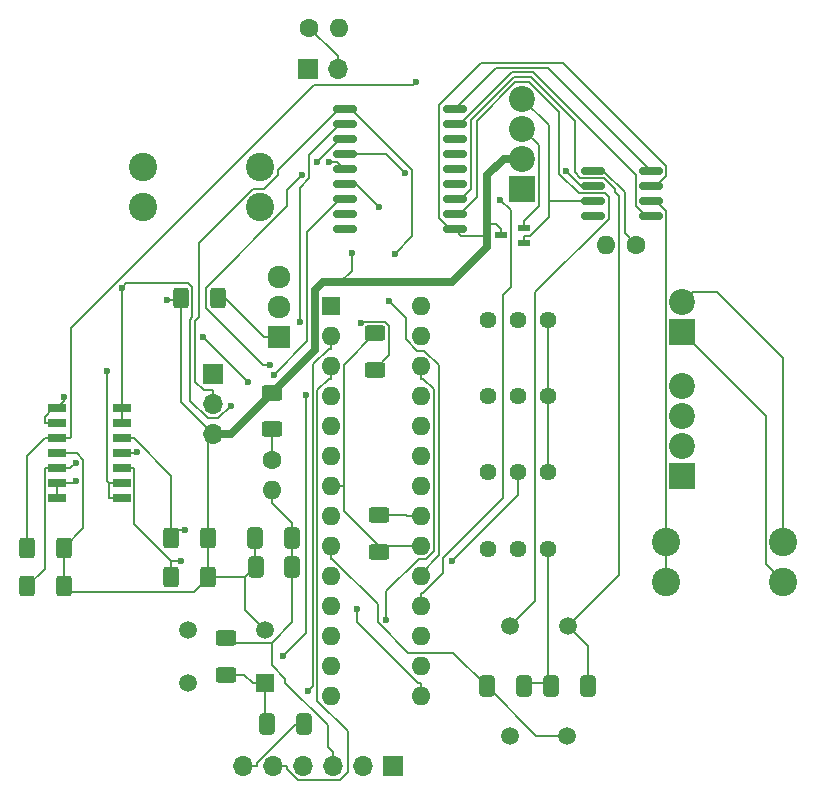
<source format=gbr>
%TF.GenerationSoftware,KiCad,Pcbnew,8.0.1-rc1*%
%TF.CreationDate,2024-05-25T10:35:02-07:00*%
%TF.ProjectId,AMS - CANBus Sensor - Pressure,414d5320-2d20-4434-914e-427573205365,rev?*%
%TF.SameCoordinates,Original*%
%TF.FileFunction,Copper,L2,Bot*%
%TF.FilePolarity,Positive*%
%FSLAX46Y46*%
G04 Gerber Fmt 4.6, Leading zero omitted, Abs format (unit mm)*
G04 Created by KiCad (PCBNEW 8.0.1-rc1) date 2024-05-25 10:35:02*
%MOMM*%
%LPD*%
G01*
G04 APERTURE LIST*
G04 Aperture macros list*
%AMRoundRect*
0 Rectangle with rounded corners*
0 $1 Rounding radius*
0 $2 $3 $4 $5 $6 $7 $8 $9 X,Y pos of 4 corners*
0 Add a 4 corners polygon primitive as box body*
4,1,4,$2,$3,$4,$5,$6,$7,$8,$9,$2,$3,0*
0 Add four circle primitives for the rounded corners*
1,1,$1+$1,$2,$3*
1,1,$1+$1,$4,$5*
1,1,$1+$1,$6,$7*
1,1,$1+$1,$8,$9*
0 Add four rect primitives between the rounded corners*
20,1,$1+$1,$2,$3,$4,$5,0*
20,1,$1+$1,$4,$5,$6,$7,0*
20,1,$1+$1,$6,$7,$8,$9,0*
20,1,$1+$1,$8,$9,$2,$3,0*%
G04 Aperture macros list end*
%TA.AperFunction,ComponentPad*%
%ADD10C,1.440000*%
%TD*%
%TA.AperFunction,ComponentPad*%
%ADD11R,2.200000X2.200000*%
%TD*%
%TA.AperFunction,ComponentPad*%
%ADD12C,2.200000*%
%TD*%
%TA.AperFunction,ComponentPad*%
%ADD13C,1.600000*%
%TD*%
%TA.AperFunction,ComponentPad*%
%ADD14O,1.600000X1.600000*%
%TD*%
%TA.AperFunction,ComponentPad*%
%ADD15R,1.700000X1.700000*%
%TD*%
%TA.AperFunction,ComponentPad*%
%ADD16O,1.700000X1.700000*%
%TD*%
%TA.AperFunction,ComponentPad*%
%ADD17C,2.400000*%
%TD*%
%TA.AperFunction,ComponentPad*%
%ADD18R,1.600000X1.600000*%
%TD*%
%TA.AperFunction,ComponentPad*%
%ADD19R,1.920000X1.920000*%
%TD*%
%TA.AperFunction,ComponentPad*%
%ADD20C,1.920000*%
%TD*%
%TA.AperFunction,ComponentPad*%
%ADD21C,1.500000*%
%TD*%
%TA.AperFunction,ComponentPad*%
%ADD22R,1.500000X1.500000*%
%TD*%
%TA.AperFunction,SMDPad,CuDef*%
%ADD23RoundRect,0.250000X0.400000X0.625000X-0.400000X0.625000X-0.400000X-0.625000X0.400000X-0.625000X0*%
%TD*%
%TA.AperFunction,SMDPad,CuDef*%
%ADD24RoundRect,0.250000X-0.412500X-0.650000X0.412500X-0.650000X0.412500X0.650000X-0.412500X0.650000X0*%
%TD*%
%TA.AperFunction,SMDPad,CuDef*%
%ADD25RoundRect,0.150000X0.825000X0.150000X-0.825000X0.150000X-0.825000X-0.150000X0.825000X-0.150000X0*%
%TD*%
%TA.AperFunction,SMDPad,CuDef*%
%ADD26RoundRect,0.250000X-0.625000X0.400000X-0.625000X-0.400000X0.625000X-0.400000X0.625000X0.400000X0*%
%TD*%
%TA.AperFunction,SMDPad,CuDef*%
%ADD27RoundRect,0.250000X0.412500X0.650000X-0.412500X0.650000X-0.412500X-0.650000X0.412500X-0.650000X0*%
%TD*%
%TA.AperFunction,SMDPad,CuDef*%
%ADD28RoundRect,0.150000X0.875000X0.150000X-0.875000X0.150000X-0.875000X-0.150000X0.875000X-0.150000X0*%
%TD*%
%TA.AperFunction,SMDPad,CuDef*%
%ADD29R,1.525000X0.650000*%
%TD*%
%TA.AperFunction,SMDPad,CuDef*%
%ADD30RoundRect,0.250000X0.625000X-0.400000X0.625000X0.400000X-0.625000X0.400000X-0.625000X-0.400000X0*%
%TD*%
%TA.AperFunction,SMDPad,CuDef*%
%ADD31R,1.000000X0.550000*%
%TD*%
%TA.AperFunction,ViaPad*%
%ADD32C,0.600000*%
%TD*%
%TA.AperFunction,Conductor*%
%ADD33C,0.200000*%
%TD*%
%TA.AperFunction,Conductor*%
%ADD34C,0.635000*%
%TD*%
G04 APERTURE END LIST*
D10*
%TO.P,RV2,1,1*%
%TO.N,Net-(J2-Pin_2)*%
X154274400Y-95885200D03*
%TO.P,RV2,2,2*%
%TO.N,/BufferedADC/ADCIN2*%
X156814400Y-95885200D03*
%TO.P,RV2,3,3*%
%TO.N,GND*%
X159354400Y-95885200D03*
%TD*%
D11*
%TO.P,J6,1,Pin_1*%
%TO.N,Net-(J6-Pin_1)*%
X170718000Y-84022300D03*
D12*
%TO.P,J6,2,Pin_2*%
%TO.N,Net-(J6-Pin_2)*%
X170718000Y-81482300D03*
%TD*%
D10*
%TO.P,RV3,1,1*%
%TO.N,Net-(J2-Pin_3)*%
X154274400Y-89435200D03*
%TO.P,RV3,2,2*%
%TO.N,/BufferedADC/ADCIN3*%
X156814400Y-89435200D03*
%TO.P,RV3,3,3*%
%TO.N,GND*%
X159354400Y-89435200D03*
%TD*%
D13*
%TO.P,R7,1*%
%TO.N,Net-(J5-Pin_2)*%
X139116100Y-58260700D03*
D14*
%TO.P,R7,2*%
%TO.N,CANBUS_L*%
X141656100Y-58260700D03*
%TD*%
D11*
%TO.P,J1,1,Pin_1*%
%TO.N,Net-(J1-Pin_1)*%
X157148000Y-71872800D03*
D12*
%TO.P,J1,2,Pin_2*%
%TO.N,GND*%
X157148000Y-69332800D03*
%TO.P,J1,3,Pin_3*%
%TO.N,CANBUS_H*%
X157148000Y-66792800D03*
%TO.P,J1,4,Pin_4*%
%TO.N,CANBUS_L*%
X157148000Y-64252800D03*
%TD*%
D13*
%TO.P,NTC1,1*%
%TO.N,/BareMinAtmel328P/PC0-A0*%
X135965600Y-94809500D03*
D14*
%TO.P,NTC1,2*%
%TO.N,+5V*%
X135965600Y-97349500D03*
%TD*%
D15*
%TO.P,J3,1,Pin_1*%
%TO.N,GND*%
X146254600Y-120744200D03*
D16*
%TO.P,J3,2,Pin_2*%
%TO.N,unconnected-(J3-Pin_2-Pad2)*%
X143714600Y-120744200D03*
%TO.P,J3,3,Pin_3*%
%TO.N,+5V*%
X141174600Y-120744200D03*
%TO.P,J3,4,Pin_4*%
%TO.N,/BareMinAtmel328P/PD0-RX*%
X138634600Y-120744200D03*
%TO.P,J3,5,Pin_5*%
%TO.N,/BareMinAtmel328P/PD1-TX*%
X136094600Y-120744200D03*
%TO.P,J3,6,Pin_6*%
%TO.N,Net-(J3-Pin_6)*%
X133554600Y-120744200D03*
%TD*%
D10*
%TO.P,RV1,1,1*%
%TO.N,Net-(J2-Pin_1)*%
X154274400Y-102335200D03*
%TO.P,RV1,2,2*%
%TO.N,/BufferedADC/ADCIN1*%
X156814400Y-102335200D03*
%TO.P,RV1,3,3*%
%TO.N,GND*%
X159354400Y-102335200D03*
%TD*%
D17*
%TO.P,U5,1,1*%
%TO.N,Net-(Q1-Pad3)*%
X134999500Y-70018000D03*
%TO.P,U5,2,2*%
X134999500Y-73418000D03*
%TO.P,U5,3,3*%
%TO.N,+VDC*%
X125079500Y-70018000D03*
%TO.P,U5,4,4*%
X125079500Y-73418000D03*
%TD*%
D13*
%TO.P,R6,1*%
%TO.N,Net-(U4-Rs)*%
X166799100Y-76611000D03*
D14*
%TO.P,R6,2*%
%TO.N,GND*%
X164259100Y-76611000D03*
%TD*%
D15*
%TO.P,Powerboard1,1,Pin_1*%
%TO.N,+VDC*%
X130976300Y-87552600D03*
D16*
%TO.P,Powerboard1,2,Pin_2*%
%TO.N,+5V*%
X130976300Y-90092600D03*
%TO.P,Powerboard1,3,Pin_3*%
%TO.N,GND*%
X130976300Y-92632600D03*
%TD*%
D18*
%TO.P,U2,1,~{RESET}/PC6*%
%TO.N,/BareMinAtmel328P/RESET*%
X140929500Y-81761800D03*
D14*
%TO.P,U2,2,PD0*%
%TO.N,/BareMinAtmel328P/PD0-RX*%
X140929500Y-84301800D03*
%TO.P,U2,3,PD1*%
%TO.N,/BareMinAtmel328P/PD1-TX*%
X140929500Y-86841800D03*
%TO.P,U2,4,PD2*%
%TO.N,/BareMinAtmel328P/PD2-D2*%
X140929500Y-89381800D03*
%TO.P,U2,5,PD3*%
%TO.N,/BareMinAtmel328P/PD3-D3*%
X140929500Y-91921800D03*
%TO.P,U2,6,PD4*%
%TO.N,/BareMinAtmel328P/PD4-D4*%
X140929500Y-94461800D03*
%TO.P,U2,7,VCC*%
%TO.N,+5V*%
X140929500Y-97001800D03*
%TO.P,U2,8,GND*%
%TO.N,GND*%
X140929500Y-99541800D03*
%TO.P,U2,9,XTAL1/PB6*%
%TO.N,Net-(U2-XTAL1{slash}PB6)*%
X140929500Y-102081800D03*
%TO.P,U2,10,XTAL2/PB7*%
%TO.N,Net-(U2-XTAL2{slash}PB7)*%
X140929500Y-104621800D03*
%TO.P,U2,11,PD5*%
%TO.N,/BareMinAtmel328P/PD5-D5*%
X140929500Y-107161800D03*
%TO.P,U2,12,PD6*%
%TO.N,/BareMinAtmel328P/PD6-D6*%
X140929500Y-109701800D03*
%TO.P,U2,13,PD7*%
%TO.N,/BareMinAtmel328P/PD7-D7*%
X140929500Y-112241800D03*
%TO.P,U2,14,PB0*%
%TO.N,/BareMinAtmel328P/PB0-D8*%
X140929500Y-114781800D03*
%TO.P,U2,15,PB1*%
%TO.N,/BareMinAtmel328P/PB1-D9*%
X148549500Y-114781800D03*
%TO.P,U2,16,PB2*%
%TO.N,/BareMinAtmel328P/PB2-D10-SS*%
X148549500Y-112241800D03*
%TO.P,U2,17,PB3*%
%TO.N,/BareMinAtmel328P/PB3-D11-MOSI*%
X148549500Y-109701800D03*
%TO.P,U2,18,PB4*%
%TO.N,/BareMinAtmel328P/PB4-D12-MISO*%
X148549500Y-107161800D03*
%TO.P,U2,19,PB5*%
%TO.N,/BareMinAtmel328P/PB5-D13-SCK*%
X148549500Y-104621800D03*
%TO.P,U2,20,AVCC*%
%TO.N,+5V*%
X148549500Y-102081800D03*
%TO.P,U2,21,AREF*%
%TO.N,/BareMinAtmel328P/AREF*%
X148549500Y-99541800D03*
%TO.P,U2,22,GND*%
%TO.N,GND*%
X148549500Y-97001800D03*
%TO.P,U2,23,PC0*%
%TO.N,/BareMinAtmel328P/PC0-A0*%
X148549500Y-94461800D03*
%TO.P,U2,24,PC1*%
%TO.N,/BareMinAtmel328P/PC1-A1*%
X148549500Y-91921800D03*
%TO.P,U2,25,PC2*%
%TO.N,/BareMinAtmel328P/PC2-A2*%
X148549500Y-89381800D03*
%TO.P,U2,26,PC3*%
%TO.N,/BareMinAtmel328P/PC3-A3*%
X148549500Y-86841800D03*
%TO.P,U2,27,PC4*%
%TO.N,/BareMinAtmel328P/PC4-A4-SDA*%
X148549500Y-84301800D03*
%TO.P,U2,28,PC5*%
%TO.N,/BareMinAtmel328P/PC5-A5-SCL*%
X148549500Y-81761800D03*
%TD*%
D15*
%TO.P,J5,1,Pin_1*%
%TO.N,CANBUS_H*%
X139049600Y-61738500D03*
D16*
%TO.P,J5,2,Pin_2*%
%TO.N,Net-(J5-Pin_2)*%
X141589600Y-61738500D03*
%TD*%
D19*
%TO.P,Q1,1*%
%TO.N,Net-(Q1-Pad1)*%
X136586000Y-84423600D03*
D20*
%TO.P,Q1,2*%
%TO.N,Net-(J1-Pin_1)*%
X136586000Y-81883600D03*
%TO.P,Q1,3*%
%TO.N,Net-(Q1-Pad3)*%
X136586000Y-79343600D03*
%TD*%
D11*
%TO.P,J2,1,Pin_1*%
%TO.N,Net-(J2-Pin_1)*%
X170699000Y-96212100D03*
D12*
%TO.P,J2,2,Pin_2*%
%TO.N,Net-(J2-Pin_2)*%
X170699000Y-93672100D03*
%TO.P,J2,3,Pin_3*%
%TO.N,Net-(J2-Pin_3)*%
X170699000Y-91132100D03*
%TO.P,J2,4,Pin_4*%
%TO.N,Net-(J2-Pin_4)*%
X170699000Y-88592100D03*
%TD*%
D10*
%TO.P,RV4,1,1*%
%TO.N,Net-(J2-Pin_4)*%
X154274400Y-82985200D03*
%TO.P,RV4,2,2*%
%TO.N,/BufferedADC/ADCIN4*%
X156814400Y-82985200D03*
%TO.P,RV4,3,3*%
%TO.N,GND*%
X159354400Y-82985200D03*
%TD*%
D21*
%TO.P,Y2,1,1*%
%TO.N,Net-(U3-OSC1)*%
X156129700Y-108923600D03*
%TO.P,Y2,2,2*%
%TO.N,Net-(U3-OSC2)*%
X161009700Y-108923600D03*
%TD*%
D22*
%TO.P,Reset1,1,NO_1*%
%TO.N,/BareMinAtmel328P/RESET*%
X135385300Y-113752500D03*
D21*
%TO.P,Reset1,2,NO_2*%
%TO.N,unconnected-(Reset1-NO_2-Pad2)*%
X128885300Y-113752500D03*
%TO.P,Reset1,3,COM_1*%
%TO.N,GND*%
X135385300Y-109252500D03*
%TO.P,Reset1,4,COM_2*%
%TO.N,unconnected-(Reset1-COM_2-Pad4)*%
X128885300Y-109252500D03*
%TD*%
%TO.P,Y1,1,1*%
%TO.N,Net-(U2-XTAL2{slash}PB7)*%
X156104800Y-118178000D03*
%TO.P,Y1,2,2*%
%TO.N,Net-(U2-XTAL1{slash}PB6)*%
X160984800Y-118178000D03*
%TD*%
D17*
%TO.P,U1,1,1*%
%TO.N,Net-(J6-Pin_2)*%
X179270500Y-101766200D03*
%TO.P,U1,2,2*%
%TO.N,Net-(J6-Pin_1)*%
X179270500Y-105166200D03*
%TO.P,U1,3,3*%
%TO.N,+5V*%
X169350500Y-101766200D03*
%TO.P,U1,4,4*%
X169350500Y-105166200D03*
%TD*%
D23*
%TO.P,R8,1*%
%TO.N,GND*%
X130559200Y-101477900D03*
%TO.P,R8,2*%
%TO.N,/BufferedADC/ADCIN1*%
X127459200Y-101477900D03*
%TD*%
D24*
%TO.P,C2,1*%
%TO.N,Net-(U2-XTAL1{slash}PB6)*%
X154199500Y-114008300D03*
%TO.P,C2,2*%
%TO.N,GND*%
X157324500Y-114008300D03*
%TD*%
D25*
%TO.P,U4,1,TXD*%
%TO.N,/CANBUS-MCP2515/TXtoCANTC*%
X168068800Y-70361000D03*
%TO.P,U4,2,VSS*%
%TO.N,GND*%
X168068800Y-71631000D03*
%TO.P,U4,3,VDD*%
%TO.N,+5V*%
X168068800Y-72901000D03*
%TO.P,U4,4,RXD*%
%TO.N,/CANBUS-MCP2515/RXtoCANTC*%
X168068800Y-74171000D03*
%TO.P,U4,5,Vref*%
%TO.N,unconnected-(U4-Vref-Pad5)*%
X163118800Y-74171000D03*
%TO.P,U4,6,CANL*%
%TO.N,CANBUS_L*%
X163118800Y-72901000D03*
%TO.P,U4,7,CANH*%
%TO.N,CANBUS_H*%
X163118800Y-71631000D03*
%TO.P,U4,8,Rs*%
%TO.N,Net-(U4-Rs)*%
X163118800Y-70361000D03*
%TD*%
D23*
%TO.P,R14,1*%
%TO.N,GND*%
X118344600Y-102249000D03*
%TO.P,R14,2*%
%TO.N,/BufferedADC/ADCIN4*%
X115244600Y-102249000D03*
%TD*%
%TO.P,R1,1*%
%TO.N,Net-(Q1-Pad1)*%
X131364300Y-81129300D03*
%TO.P,R1,2*%
%TO.N,GND*%
X128264300Y-81129300D03*
%TD*%
D26*
%TO.P,R4,1*%
%TO.N,+5V*%
X132096400Y-109912300D03*
%TO.P,R4,2*%
%TO.N,/BareMinAtmel328P/RESET*%
X132096400Y-113012300D03*
%TD*%
D27*
%TO.P,C4,1*%
%TO.N,Net-(U3-OSC2)*%
X162702000Y-113983400D03*
%TO.P,C4,2*%
%TO.N,GND*%
X159577000Y-113983400D03*
%TD*%
D28*
%TO.P,U3,1,TXCAN*%
%TO.N,/CANBUS-MCP2515/TXtoCANTC*%
X151455100Y-65127000D03*
%TO.P,U3,2,RXCAN*%
%TO.N,/CANBUS-MCP2515/RXtoCANTC*%
X151455100Y-66397000D03*
%TO.P,U3,3,CLKOUT/SOF*%
%TO.N,unconnected-(U3-CLKOUT{slash}SOF-Pad3)*%
X151455100Y-67667000D03*
%TO.P,U3,4,~{TX0RTS}*%
%TO.N,unconnected-(U3-~{TX0RTS}-Pad4)*%
X151455100Y-68937000D03*
%TO.P,U3,5,~{TX1RTS}*%
%TO.N,unconnected-(U3-~{TX1RTS}-Pad5)*%
X151455100Y-70207000D03*
%TO.P,U3,6,~{TX2RTS}*%
%TO.N,unconnected-(U3-~{TX2RTS}-Pad6)*%
X151455100Y-71477000D03*
%TO.P,U3,7,OSC2*%
%TO.N,Net-(U3-OSC2)*%
X151455100Y-72747000D03*
%TO.P,U3,8,OSC1*%
%TO.N,Net-(U3-OSC1)*%
X151455100Y-74017000D03*
%TO.P,U3,9,VSS*%
%TO.N,GND*%
X151455100Y-75287000D03*
%TO.P,U3,10,~{RX1BF}*%
%TO.N,unconnected-(U3-~{RX1BF}-Pad10)*%
X142155100Y-75287000D03*
%TO.P,U3,11,~{RX0BF}*%
%TO.N,unconnected-(U3-~{RX0BF}-Pad11)*%
X142155100Y-74017000D03*
%TO.P,U3,12,~{INT}*%
%TO.N,/BareMinAtmel328P/PD2-D2*%
X142155100Y-72747000D03*
%TO.P,U3,13,SCK*%
%TO.N,/BareMinAtmel328P/PB5-D13-SCK*%
X142155100Y-71477000D03*
%TO.P,U3,14,SI*%
%TO.N,/BareMinAtmel328P/PB3-D11-MOSI*%
X142155100Y-70207000D03*
%TO.P,U3,15,SO*%
%TO.N,/BareMinAtmel328P/PB4-D12-MISO*%
X142155100Y-68937000D03*
%TO.P,U3,16,~{CS}*%
%TO.N,/BareMinAtmel328P/PB1-D9*%
X142155100Y-67667000D03*
%TO.P,U3,17,~{RESET}*%
%TO.N,Net-(U3-~{RESET})*%
X142155100Y-66397000D03*
%TO.P,U3,18,VDD*%
%TO.N,+5V*%
X142155100Y-65127000D03*
%TD*%
D29*
%TO.P,IC2,1,OUT_A*%
%TO.N,/BareMinAtmel328P/PC1-A1*%
X123238800Y-90470600D03*
%TO.P,IC2,2,-IN_A*%
X123238800Y-91740600D03*
%TO.P,IC2,3,+IN_A*%
%TO.N,/BufferedADC/ADCIN1*%
X123238800Y-93010600D03*
%TO.P,IC2,4,V+*%
%TO.N,+5V*%
X123238800Y-94280600D03*
%TO.P,IC2,5,+IN_B*%
%TO.N,/BufferedADC/ADCIN2*%
X123238800Y-95550600D03*
%TO.P,IC2,6,-IN_B*%
%TO.N,/BareMinAtmel328P/PC2-A2*%
X123238800Y-96820600D03*
%TO.P,IC2,7,OUT_B*%
X123238800Y-98090600D03*
%TO.P,IC2,8,OUT_C*%
%TO.N,/BareMinAtmel328P/PC3-A3*%
X117814800Y-98090600D03*
%TO.P,IC2,9,-IN_C*%
X117814800Y-96820600D03*
%TO.P,IC2,10,+IN_C*%
%TO.N,/BufferedADC/ADCIN3*%
X117814800Y-95550600D03*
%TO.P,IC2,11,V-*%
%TO.N,GND*%
X117814800Y-94280600D03*
%TO.P,IC2,12,+IN_D*%
%TO.N,/BufferedADC/ADCIN4*%
X117814800Y-93010600D03*
%TO.P,IC2,13,-IN_D*%
%TO.N,/BareMinAtmel328P/PC4-A4-SDA*%
X117814800Y-91740600D03*
%TO.P,IC2,14,OUT_D*%
X117814800Y-90470600D03*
%TD*%
D30*
%TO.P,R5,1*%
%TO.N,Net-(U3-~{RESET})*%
X144703000Y-87196800D03*
%TO.P,R5,2*%
%TO.N,+5V*%
X144703000Y-84096800D03*
%TD*%
D26*
%TO.P,R3,1*%
%TO.N,GND*%
X135973000Y-89148700D03*
%TO.P,R3,2*%
%TO.N,/BareMinAtmel328P/PC0-A0*%
X135973000Y-92248700D03*
%TD*%
D27*
%TO.P,C1,1*%
%TO.N,Net-(J3-Pin_6)*%
X138717100Y-117199700D03*
%TO.P,C1,2*%
%TO.N,/BareMinAtmel328P/RESET*%
X135592100Y-117199700D03*
%TD*%
D26*
%TO.P,R2,1*%
%TO.N,/BareMinAtmel328P/AREF*%
X144995600Y-99509000D03*
%TO.P,R2,2*%
%TO.N,+5V*%
X144995600Y-102609000D03*
%TD*%
D23*
%TO.P,R9,1*%
%TO.N,GND*%
X130559200Y-104767900D03*
%TO.P,R9,2*%
%TO.N,/BufferedADC/ADCIN2*%
X127459200Y-104767900D03*
%TD*%
D27*
%TO.P,C7,1*%
%TO.N,+5V*%
X137705500Y-103901700D03*
%TO.P,C7,2*%
%TO.N,GND*%
X134580500Y-103901700D03*
%TD*%
D31*
%TO.P,D1,1,CATHODE_1*%
%TO.N,CANBUS_H*%
X157281400Y-75173600D03*
%TO.P,D1,2,CATHODE_2*%
%TO.N,CANBUS_L*%
X157281400Y-76473600D03*
%TO.P,D1,3,COMMON_ANODE*%
%TO.N,GND*%
X155381400Y-75823600D03*
%TD*%
D23*
%TO.P,R15,1*%
%TO.N,GND*%
X118344600Y-105539000D03*
%TO.P,R15,2*%
%TO.N,/BufferedADC/ADCIN3*%
X115244600Y-105539000D03*
%TD*%
D27*
%TO.P,C6,1*%
%TO.N,+5V*%
X137701800Y-101431800D03*
%TO.P,C6,2*%
%TO.N,GND*%
X134576800Y-101431800D03*
%TD*%
D32*
%TO.N,GND*%
X127100600Y-81256500D03*
X142731000Y-77345500D03*
%TO.N,/BareMinAtmel328P/RESET*%
X138819400Y-89314200D03*
X138535100Y-70748000D03*
X136883200Y-111462500D03*
X135795900Y-86759200D03*
%TO.N,+5V*%
X124506300Y-94186700D03*
X146363000Y-77411600D03*
%TO.N,CANBUS_H*%
X160858100Y-70342900D03*
%TO.N,/BareMinAtmel328P/PB5-D13-SCK*%
X145054800Y-73455300D03*
X145910600Y-81382700D03*
%TO.N,/BareMinAtmel328P/PB3-D11-MOSI*%
X140841600Y-69572800D03*
%TO.N,/BareMinAtmel328P/PB4-D12-MISO*%
X155286500Y-72793000D03*
X147243800Y-70565100D03*
%TO.N,/BareMinAtmel328P/PD0-RX*%
X139043500Y-114357600D03*
%TO.N,/BareMinAtmel328P/PC2-A2*%
X130140800Y-84393100D03*
X133957200Y-88209500D03*
X121969900Y-87285100D03*
%TO.N,/BareMinAtmel328P/PC4-A4-SDA*%
X118377200Y-89517200D03*
%TO.N,/BareMinAtmel328P/PC1-A1*%
X132480800Y-90252800D03*
X123238800Y-80273800D03*
%TO.N,/BareMinAtmel328P/PC3-A3*%
X145626200Y-108361100D03*
X119371700Y-96581200D03*
%TO.N,/BareMinAtmel328P/PB1-D9*%
X139816200Y-69602300D03*
X143162100Y-107490100D03*
%TO.N,/BareMinAtmel328P/PD2-D2*%
X136130400Y-87605200D03*
%TO.N,/BufferedADC/ADCIN1*%
X128625600Y-100762400D03*
%TO.N,/BufferedADC/ADCIN4*%
X148181600Y-62830400D03*
%TO.N,/BufferedADC/ADCIN2*%
X151218400Y-103428100D03*
X128236200Y-103428100D03*
%TO.N,/BufferedADC/ADCIN3*%
X119361100Y-95057100D03*
%TO.N,Net-(U3-~{RESET})*%
X143503600Y-83200100D03*
X138308300Y-83192400D03*
%TD*%
D33*
%TO.N,GND*%
X153665400Y-61202100D02*
X150116100Y-64751400D01*
X119975600Y-94820700D02*
X119435500Y-94280600D01*
D34*
X151245000Y-79789200D02*
X154187000Y-76848000D01*
X132489000Y-92632600D02*
X135973000Y-89148700D01*
D33*
X130559200Y-104767900D02*
X130559200Y-101477900D01*
X133710600Y-107577800D02*
X135385300Y-109252500D01*
X150116100Y-74356500D02*
X151046600Y-75287000D01*
X159354400Y-89435200D02*
X159354400Y-95885200D01*
X128264300Y-81256500D02*
X127100600Y-81256500D01*
X168506000Y-71631000D02*
X169368600Y-70768400D01*
X152004700Y-75836600D02*
X151455100Y-75287000D01*
D34*
X139612000Y-85509700D02*
X139612000Y-80444300D01*
D33*
X151046600Y-75287000D02*
X151455100Y-75287000D01*
X160586500Y-61202100D02*
X153665400Y-61202100D01*
X159354400Y-82985200D02*
X159354400Y-89435200D01*
D34*
X139612000Y-80444300D02*
X140267000Y-79789200D01*
D33*
X159354400Y-113760800D02*
X159577000Y-113983400D01*
X134576800Y-103901700D02*
X134576800Y-101431800D01*
X157572000Y-113760800D02*
X157324500Y-114008300D01*
D34*
X154187000Y-76848000D02*
X154187000Y-75836600D01*
D33*
X118344600Y-102249000D02*
X119975600Y-100618000D01*
X128264300Y-81256500D02*
X128264300Y-81129300D01*
X119435500Y-94280600D02*
X118879000Y-94280600D01*
D34*
X135973000Y-89148700D02*
X139612000Y-85509700D01*
D33*
X119975600Y-100618000D02*
X119975600Y-94820700D01*
X133710600Y-104767900D02*
X133710600Y-107577800D01*
X133710600Y-104767900D02*
X134576800Y-103901700D01*
X169368600Y-70768400D02*
X169368600Y-69984200D01*
D34*
X155592000Y-69332800D02*
X157148000Y-69332800D01*
X140267000Y-79789200D02*
X141773900Y-79789200D01*
X130976300Y-92632600D02*
X132489000Y-92632600D01*
X154187000Y-75836600D02*
X154187000Y-74825200D01*
D33*
X150116100Y-64751400D02*
X150116100Y-74356500D01*
X154959700Y-74825200D02*
X155381400Y-75246900D01*
X154187000Y-75836600D02*
X152004700Y-75836600D01*
D34*
X130976000Y-92632600D02*
X130976300Y-92632600D01*
D33*
X129347800Y-105979300D02*
X118784900Y-105979300D01*
X142731000Y-78832100D02*
X142731000Y-77345500D01*
X117814800Y-94280600D02*
X118879000Y-94280600D01*
X168068800Y-71631000D02*
X168506000Y-71631000D01*
X130559200Y-104767900D02*
X133710600Y-104767900D01*
X141773900Y-79789200D02*
X142731000Y-78832100D01*
D34*
X154187000Y-74825200D02*
X154187000Y-70738600D01*
D33*
X134576800Y-103901700D02*
X134580500Y-103901700D01*
X118344600Y-102249000D02*
X118344600Y-105539000D01*
X154187000Y-74825200D02*
X154959700Y-74825200D01*
X118784900Y-105979300D02*
X118344600Y-105539000D01*
D34*
X154187000Y-70738600D02*
X155592000Y-69332800D01*
D33*
X130559200Y-104767900D02*
X129347800Y-105979300D01*
X169368600Y-69984200D02*
X160586500Y-61202100D01*
X130559200Y-93049400D02*
X130559200Y-101477900D01*
D34*
X141773900Y-79789200D02*
X151245000Y-79789200D01*
D33*
X128264300Y-89920900D02*
X130976000Y-92632600D01*
X159354400Y-113760800D02*
X157572000Y-113760800D01*
X130976000Y-92632600D02*
X130559200Y-93049400D01*
X128264300Y-81256500D02*
X128264300Y-89920900D01*
X159354400Y-102335200D02*
X159354400Y-113760800D01*
X155381400Y-75823600D02*
X155381400Y-75246900D01*
%TO.N,/BareMinAtmel328P/RESET*%
X136883200Y-111462500D02*
X138819400Y-109526300D01*
X138819400Y-109526300D02*
X138819400Y-89314200D01*
X135385300Y-113752500D02*
X134333600Y-113752500D01*
X130379700Y-81958700D02*
X130379700Y-80236100D01*
X135795900Y-86759200D02*
X135180200Y-86759200D01*
X130379700Y-80236100D02*
X137263300Y-73352500D01*
X135592100Y-117199700D02*
X135385300Y-116992900D01*
X135180200Y-86759200D02*
X130379700Y-81958700D01*
X132096400Y-113012300D02*
X133593400Y-113012300D01*
X137263300Y-73352500D02*
X137263300Y-72019800D01*
X133593400Y-113012300D02*
X134333600Y-113752500D01*
X135385300Y-116992900D02*
X135385300Y-113752500D01*
X137263300Y-72019800D02*
X138535100Y-70748000D01*
%TO.N,+5V*%
X169350500Y-105166200D02*
X169350500Y-101766200D01*
X129492100Y-88248500D02*
X130184500Y-88940900D01*
X168068800Y-72901000D02*
X168502100Y-72901000D01*
X142155100Y-65127000D02*
X141679700Y-65127000D01*
X135945300Y-112232400D02*
X137098000Y-113385100D01*
X134377500Y-71916300D02*
X129807200Y-76486600D01*
X137701800Y-100187400D02*
X137701800Y-101431800D01*
X130184500Y-88940900D02*
X130976300Y-88940900D01*
X142696700Y-65127000D02*
X147870500Y-70300800D01*
X140697400Y-117302600D02*
X140697400Y-119115300D01*
X135965600Y-97349500D02*
X135965600Y-98451200D01*
X124396900Y-94186700D02*
X124303000Y-94280600D01*
X129807200Y-82768700D02*
X129492100Y-83083800D01*
X169371200Y-73770100D02*
X169371200Y-77638800D01*
X141679700Y-65127000D02*
X136501200Y-70305500D01*
X137098000Y-113385100D02*
X137098000Y-113703200D01*
X141174600Y-120744200D02*
X141174600Y-119592500D01*
X123238800Y-94280600D02*
X124303000Y-94280600D01*
X169297300Y-101713000D02*
X169350500Y-101766200D01*
X144995600Y-102609000D02*
X144995600Y-102081800D01*
X169297300Y-77712700D02*
X169297300Y-101713000D01*
X129492100Y-83083800D02*
X129492100Y-88248500D01*
X132488300Y-110304200D02*
X132096400Y-109912300D01*
X142155100Y-65127000D02*
X142696700Y-65127000D01*
X137098000Y-113703200D02*
X140697400Y-117302600D01*
X140929500Y-97001800D02*
X142031200Y-97001800D01*
X137705500Y-101435500D02*
X137705500Y-103901700D01*
X136501200Y-70305500D02*
X136501200Y-70677800D01*
X129807200Y-76486600D02*
X129807200Y-82768700D01*
X144995600Y-102081800D02*
X147447800Y-102081800D01*
X140697400Y-119115300D02*
X141174600Y-119592500D01*
X136501200Y-70677800D02*
X135262700Y-71916300D01*
X135945300Y-110304200D02*
X135945300Y-112232400D01*
X135945300Y-110304200D02*
X132488300Y-110304200D01*
X130976300Y-90092600D02*
X130976300Y-88940900D01*
X137705500Y-103901700D02*
X137705500Y-108544000D01*
X137701800Y-101431800D02*
X137705500Y-101435500D01*
X147870500Y-75904100D02*
X146363000Y-77411600D01*
X142031200Y-97001800D02*
X142031200Y-86768600D01*
X142031200Y-99117400D02*
X142031200Y-97001800D01*
X169371200Y-77638800D02*
X169297300Y-77712700D01*
X135262700Y-71916300D02*
X134377500Y-71916300D01*
X147870500Y-70300800D02*
X147870500Y-75904100D01*
X135965600Y-98451200D02*
X137701800Y-100187400D01*
X168502100Y-72901000D02*
X169371200Y-73770100D01*
X144995600Y-102081800D02*
X142031200Y-99117400D01*
X124506300Y-94186700D02*
X124396900Y-94186700D01*
X148549500Y-102081800D02*
X147447800Y-102081800D01*
X137705500Y-108544000D02*
X135945300Y-110304200D01*
X142031200Y-86768600D02*
X144703000Y-84096800D01*
%TO.N,CANBUS_L*%
X159403100Y-72901000D02*
X159403100Y-66507900D01*
X157281400Y-75896900D02*
X157786000Y-75896900D01*
X157281400Y-76473600D02*
X157281400Y-75896900D01*
X159403100Y-72901000D02*
X163118800Y-72901000D01*
X159403100Y-74279800D02*
X159403100Y-72901000D01*
X159403100Y-66507900D02*
X157148000Y-64252800D01*
X157786000Y-75896900D02*
X159403100Y-74279800D01*
%TO.N,CANBUS_H*%
X157148000Y-66792800D02*
X158549700Y-68194500D01*
X158549700Y-73328600D02*
X157281400Y-74596900D01*
X157281400Y-75173600D02*
X157281400Y-74596900D01*
X163118800Y-71631000D02*
X162146200Y-71631000D01*
X162146200Y-71631000D02*
X160858100Y-70342900D01*
X158549700Y-68194500D02*
X158549700Y-73328600D01*
%TO.N,/BareMinAtmel328P/PB5-D13-SCK*%
X143076500Y-71477000D02*
X142155100Y-71477000D01*
X147313800Y-84624400D02*
X148261200Y-85571800D01*
X148858800Y-85571800D02*
X150109100Y-86822100D01*
X148549500Y-104454200D02*
X148549500Y-104621800D01*
X150109100Y-102894600D02*
X148549500Y-104454200D01*
X148261200Y-85571800D02*
X148858800Y-85571800D01*
X145910600Y-81382700D02*
X147313800Y-82785900D01*
X150109100Y-86822100D02*
X150109100Y-102894600D01*
X147313800Y-82785900D02*
X147313800Y-84624400D01*
X145054800Y-73455300D02*
X143076500Y-71477000D01*
%TO.N,/BareMinAtmel328P/PB3-D11-MOSI*%
X142155100Y-70207000D02*
X141520900Y-69572800D01*
X141520900Y-69572800D02*
X140841600Y-69572800D01*
%TO.N,/BareMinAtmel328P/PB4-D12-MISO*%
X155544400Y-98070900D02*
X150454700Y-103160600D01*
X150454700Y-104383200D02*
X148777800Y-106060100D01*
X148549500Y-107161800D02*
X148549500Y-106060100D01*
X145615700Y-68937000D02*
X147243800Y-70565100D01*
X150454700Y-103160600D02*
X150454700Y-104383200D01*
X142155100Y-68937000D02*
X145615700Y-68937000D01*
X156183100Y-73689600D02*
X156183100Y-80200000D01*
X156183100Y-80200000D02*
X155544400Y-80838700D01*
X148777800Y-106060100D02*
X148549500Y-106060100D01*
X155544400Y-80838700D02*
X155544400Y-98070900D01*
X155286500Y-72793000D02*
X156183100Y-73689600D01*
%TO.N,/BareMinAtmel328P/PD0-RX*%
X139421100Y-113980000D02*
X139421100Y-86746600D01*
X140764200Y-85403500D02*
X140929500Y-85403500D01*
X140929500Y-84301800D02*
X140929500Y-85403500D01*
X139043500Y-114357600D02*
X139421100Y-113980000D01*
X139421100Y-86746600D02*
X140764200Y-85403500D01*
%TO.N,/BareMinAtmel328P/PD1-TX*%
X137246300Y-120744200D02*
X137246300Y-121012700D01*
X139822800Y-115233200D02*
X139822800Y-88912500D01*
X142371500Y-121240600D02*
X142371500Y-117781900D01*
X140791800Y-87943500D02*
X140929500Y-87943500D01*
X138146100Y-121912500D02*
X141699600Y-121912500D01*
X141699600Y-121912500D02*
X142371500Y-121240600D01*
X139822800Y-88912500D02*
X140791800Y-87943500D01*
X142371500Y-117781900D02*
X139822800Y-115233200D01*
X136094600Y-120744200D02*
X137246300Y-120744200D01*
X137246300Y-121012700D02*
X138146100Y-121912500D01*
X140929500Y-86841800D02*
X140929500Y-87943500D01*
%TO.N,/BareMinAtmel328P/PC2-A2*%
X122174600Y-98090600D02*
X122174600Y-96820600D01*
X121969900Y-87285100D02*
X121969900Y-96615900D01*
X123238800Y-98090600D02*
X122174600Y-98090600D01*
X123238800Y-96820600D02*
X122174600Y-96820600D01*
X121969900Y-96615900D02*
X122174600Y-96820600D01*
X133957200Y-88209500D02*
X130140800Y-84393100D01*
%TO.N,/BareMinAtmel328P/PC4-A4-SDA*%
X117452800Y-90470600D02*
X116750600Y-91172800D01*
X117715900Y-90470600D02*
X117452800Y-90470600D01*
X117765400Y-90470600D02*
X117715900Y-90470600D01*
X116750600Y-91172800D02*
X116750600Y-91740600D01*
X117814800Y-90470600D02*
X117765400Y-90470600D01*
X118377200Y-89858800D02*
X118377200Y-89517200D01*
X117765400Y-90470600D02*
X118377200Y-89858800D01*
X117814800Y-91740600D02*
X116750600Y-91740600D01*
%TO.N,/BareMinAtmel328P/PC1-A1*%
X123238800Y-91740600D02*
X123238800Y-90470600D01*
X129221300Y-80235200D02*
X129221300Y-82763100D01*
X130524200Y-91293200D02*
X131440400Y-91293200D01*
X131440400Y-91293200D02*
X132480800Y-90252800D01*
X129039600Y-82944800D02*
X129039600Y-89808600D01*
X123238800Y-80273800D02*
X123621600Y-79891000D01*
X129039600Y-89808600D02*
X130524200Y-91293200D01*
X123621600Y-79891000D02*
X128877100Y-79891000D01*
X129221300Y-82763100D02*
X129039600Y-82944800D01*
X123238800Y-90470600D02*
X123238800Y-80273800D01*
X128877100Y-79891000D02*
X129221300Y-80235200D01*
%TO.N,/BareMinAtmel328P/PC3-A3*%
X148549500Y-86841800D02*
X148549500Y-87943500D01*
X148549500Y-87943500D02*
X148777800Y-87943500D01*
X149005900Y-103183500D02*
X148390400Y-103183500D01*
X149682000Y-88847700D02*
X149682000Y-102507400D01*
X145626200Y-105947700D02*
X145626200Y-108361100D01*
X149682000Y-102507400D02*
X149005900Y-103183500D01*
X148390400Y-103183500D02*
X145626200Y-105947700D01*
X117814800Y-96820600D02*
X117814800Y-98090600D01*
X148777800Y-87943500D02*
X149682000Y-88847700D01*
X117814800Y-96820600D02*
X119132300Y-96820600D01*
X119132300Y-96820600D02*
X119371700Y-96581200D01*
%TO.N,/BareMinAtmel328P/PC0-A0*%
X135973000Y-92248700D02*
X135965600Y-92256100D01*
X135965600Y-92256100D02*
X135965600Y-94809500D01*
%TO.N,Net-(Q1-Pad1)*%
X131364300Y-81129300D02*
X132030000Y-81129300D01*
X136586000Y-84423600D02*
X135324300Y-84423600D01*
X132030000Y-81129300D02*
X135324300Y-84423600D01*
%TO.N,/BareMinAtmel328P/AREF*%
X147415000Y-99509000D02*
X147447800Y-99541800D01*
X148549500Y-99541800D02*
X147447800Y-99541800D01*
X144995600Y-99509000D02*
X147415000Y-99509000D01*
%TO.N,/BareMinAtmel328P/PB1-D9*%
X143162100Y-107490100D02*
X143162100Y-108521000D01*
X142155100Y-67667000D02*
X141751500Y-67667000D01*
X143162100Y-108521000D02*
X148321200Y-113680100D01*
X148321200Y-113680100D02*
X148549500Y-113680100D01*
X141751500Y-67667000D02*
X139816200Y-69602300D01*
X148549500Y-114781800D02*
X148549500Y-113680100D01*
%TO.N,/BareMinAtmel328P/PD2-D2*%
X138928400Y-84807200D02*
X136130400Y-87605200D01*
X142155100Y-72747000D02*
X141740800Y-72747000D01*
X138928400Y-75559400D02*
X138928400Y-84807200D01*
X141740800Y-72747000D02*
X138928400Y-75559400D01*
%TO.N,/CANBUS-MCP2515/RXtoCANTC*%
X167660400Y-74171000D02*
X168068800Y-74171000D01*
X156255900Y-62022200D02*
X158085500Y-62022200D01*
X166791200Y-73301800D02*
X167660400Y-74171000D01*
X151455100Y-66397000D02*
X151881100Y-66397000D01*
X158085500Y-62022200D02*
X166791200Y-70727900D01*
X151881100Y-66397000D02*
X156255900Y-62022200D01*
X166791200Y-70727900D02*
X166791200Y-73301800D01*
%TO.N,/CANBUS-MCP2515/TXtoCANTC*%
X159319900Y-61612100D02*
X168068800Y-70361000D01*
X151455100Y-65127000D02*
X154970000Y-61612100D01*
X154970000Y-61612100D02*
X159319900Y-61612100D01*
%TO.N,Net-(J3-Pin_6)*%
X133554600Y-120744200D02*
X134706300Y-120744200D01*
X138717100Y-117199700D02*
X137982300Y-117199700D01*
X137982300Y-117199700D02*
X134706300Y-120475700D01*
X134706300Y-120475700D02*
X134706300Y-120744200D01*
%TO.N,Net-(U2-XTAL1{slash}PB6)*%
X144943400Y-108565600D02*
X147517900Y-111140100D01*
X147517900Y-111140100D02*
X151331300Y-111140100D01*
X158369200Y-118178000D02*
X154199500Y-114008300D01*
X160984800Y-118178000D02*
X158369200Y-118178000D01*
X151331300Y-111140100D02*
X154199500Y-114008300D01*
X141067200Y-103183500D02*
X144943400Y-107059700D01*
X140929500Y-102081800D02*
X140929500Y-103183500D01*
X144943400Y-107059700D02*
X144943400Y-108565600D01*
X140929500Y-103183500D02*
X141067200Y-103183500D01*
%TO.N,Net-(U3-OSC2)*%
X156425800Y-62423900D02*
X157909400Y-62423900D01*
X165033100Y-71926700D02*
X165033100Y-72160100D01*
X151941100Y-72747000D02*
X152816000Y-71872100D01*
X152816000Y-71872100D02*
X152816000Y-66033700D01*
X165392800Y-104540500D02*
X161009700Y-108923600D01*
X161616700Y-66131200D02*
X161616700Y-70497400D01*
X161616700Y-70497400D02*
X162082600Y-70963300D01*
X151455100Y-72747000D02*
X151941100Y-72747000D01*
X165392800Y-72519800D02*
X165392800Y-104540500D01*
X165033100Y-72160100D02*
X165392800Y-72519800D01*
X162702000Y-110615900D02*
X162702000Y-113983400D01*
X162082600Y-70963300D02*
X164069700Y-70963300D01*
X152816000Y-66033700D02*
X156425800Y-62423900D01*
X161009700Y-108923600D02*
X162702000Y-110615900D01*
X157909400Y-62423900D02*
X161616700Y-66131200D01*
X164069700Y-70963300D02*
X165033100Y-71926700D01*
%TO.N,Net-(U3-OSC1)*%
X164150000Y-72266000D02*
X164467200Y-72583200D01*
X161930400Y-72266000D02*
X164150000Y-72266000D01*
X160256400Y-70592000D02*
X161930400Y-72266000D01*
X153316700Y-72602500D02*
X153316700Y-66101100D01*
X153316700Y-66101100D02*
X156592200Y-62825600D01*
X160256400Y-65355000D02*
X160256400Y-70592000D01*
X156592200Y-62825600D02*
X157727000Y-62825600D01*
X164467200Y-74437300D02*
X158250700Y-80653800D01*
X158250700Y-80653800D02*
X158250700Y-106802600D01*
X164467200Y-72583200D02*
X164467200Y-74437300D01*
X157727000Y-62825600D02*
X160256400Y-65355000D01*
X158250700Y-106802600D02*
X156129700Y-108923600D01*
X151902200Y-74017000D02*
X153316700Y-72602500D01*
X151455100Y-74017000D02*
X151902200Y-74017000D01*
%TO.N,/BufferedADC/ADCIN1*%
X127459200Y-100762400D02*
X127459200Y-101477900D01*
X127459200Y-100762400D02*
X128625600Y-100762400D01*
X124303000Y-93010600D02*
X127459200Y-96166800D01*
X127459200Y-96166800D02*
X127459200Y-100762400D01*
X123238800Y-93010600D02*
X124303000Y-93010600D01*
%TO.N,/BufferedADC/ADCIN4*%
X117282700Y-93010600D02*
X116750600Y-93010600D01*
X117814800Y-93010600D02*
X118879000Y-93010600D01*
X118978900Y-83629100D02*
X139544400Y-63063600D01*
X147948400Y-63063600D02*
X148181600Y-62830400D01*
X115244600Y-94516600D02*
X115244600Y-102249000D01*
X116750600Y-93010600D02*
X115244600Y-94516600D01*
X118978900Y-92910700D02*
X118978900Y-83629100D01*
X118879000Y-93010600D02*
X118978900Y-92910700D01*
X139544400Y-63063600D02*
X147948400Y-63063600D01*
X117282700Y-93010600D02*
X117814800Y-93010600D01*
%TO.N,/BufferedADC/ADCIN2*%
X156814400Y-97832100D02*
X156814400Y-95885200D01*
X124303000Y-100271900D02*
X127459200Y-103428100D01*
X123238800Y-95550600D02*
X124303000Y-95550600D01*
X127459200Y-103428100D02*
X128236200Y-103428100D01*
X151218400Y-103428100D02*
X156814400Y-97832100D01*
X124303000Y-95550600D02*
X124303000Y-100271900D01*
X127459200Y-103428100D02*
X127459200Y-104767900D01*
%TO.N,/BufferedADC/ADCIN3*%
X117282700Y-95550600D02*
X117814800Y-95550600D01*
X116750600Y-104033000D02*
X115244600Y-105539000D01*
X117282700Y-95550600D02*
X116750600Y-95550600D01*
X117814800Y-95550600D02*
X118879000Y-95550600D01*
X118879000Y-95550600D02*
X118879000Y-95539200D01*
X116750600Y-95550600D02*
X116750600Y-104033000D01*
X118879000Y-95539200D02*
X119361100Y-95057100D01*
%TO.N,Net-(J5-Pin_2)*%
X141589600Y-61738500D02*
X141589600Y-60586800D01*
X141442200Y-60586800D02*
X139116100Y-58260700D01*
X141589600Y-60586800D02*
X141442200Y-60586800D01*
%TO.N,Net-(U3-~{RESET})*%
X141744800Y-66397000D02*
X142155100Y-66397000D01*
X138308300Y-83192400D02*
X138308300Y-71825700D01*
X145911200Y-83490400D02*
X145552600Y-83131800D01*
X145552600Y-83131800D02*
X143571900Y-83131800D01*
X143571900Y-83131800D02*
X143503600Y-83200100D01*
X139136800Y-70997200D02*
X139136800Y-69005000D01*
X138308300Y-71825700D02*
X139136800Y-70997200D01*
X144703000Y-87196800D02*
X145911200Y-85988600D01*
X145911200Y-85988600D02*
X145911200Y-83490400D01*
X139136800Y-69005000D02*
X141744800Y-66397000D01*
%TO.N,Net-(U4-Rs)*%
X165847100Y-72172700D02*
X165847100Y-75659000D01*
X164035400Y-70361000D02*
X165847100Y-72172700D01*
X165847100Y-75659000D02*
X166799100Y-76611000D01*
X163118800Y-70361000D02*
X164035400Y-70361000D01*
%TO.N,Net-(J6-Pin_2)*%
X179270500Y-86222008D02*
X173630792Y-80582300D01*
X171618000Y-80582300D02*
X170718000Y-81482300D01*
X173630792Y-80582300D02*
X171618000Y-80582300D01*
X179270500Y-101766200D02*
X179270500Y-86222008D01*
%TO.N,Net-(J6-Pin_1)*%
X179270500Y-105166200D02*
X177770500Y-103666200D01*
X177770500Y-103666200D02*
X177770500Y-91074800D01*
X177770500Y-91074800D02*
X170718000Y-84022300D01*
%TD*%
M02*

</source>
